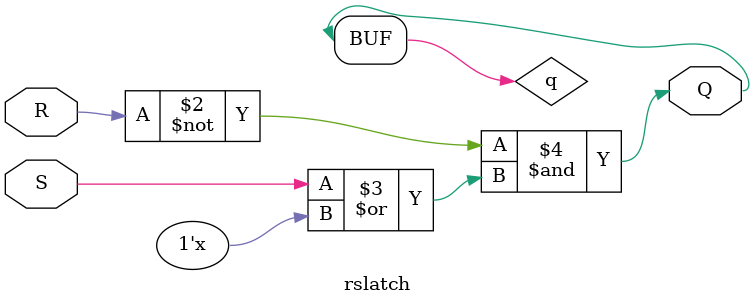
<source format=v>

module rslatch(
	input R, 
	input S,
	output Q
);

reg q;
always @(R or S) begin
	q = (~R) & (S | q);
end 
assign Q = q;

endmodule

</source>
